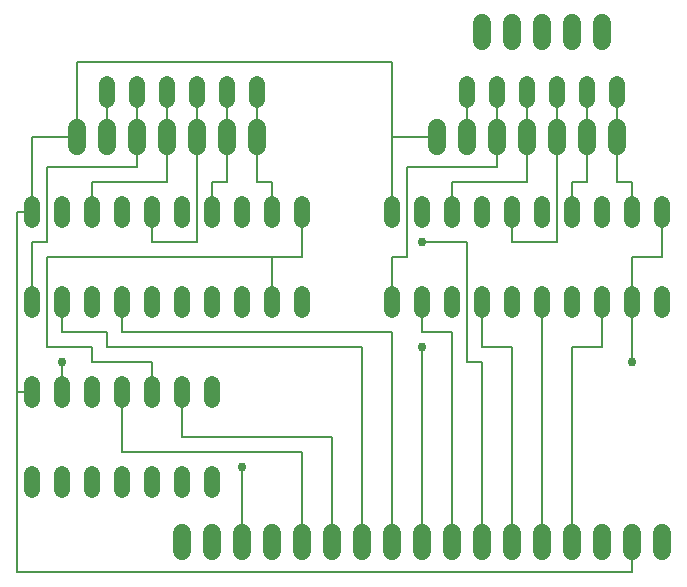
<source format=gbr>
G04 EAGLE Gerber RS-274X export*
G75*
%MOMM*%
%FSLAX34Y34*%
%LPD*%
%INTop Copper*%
%IPPOS*%
%AMOC8*
5,1,8,0,0,1.08239X$1,22.5*%
G01*
%ADD10C,1.320800*%
%ADD11C,1.524000*%
%ADD12C,0.152400*%
%ADD13C,0.756400*%


D10*
X88900Y425196D02*
X88900Y438404D01*
X114300Y438404D02*
X114300Y425196D01*
X139700Y425196D02*
X139700Y438404D01*
X165100Y438404D02*
X165100Y425196D01*
X190500Y425196D02*
X190500Y438404D01*
X215900Y438404D02*
X215900Y425196D01*
X393700Y425196D02*
X393700Y438404D01*
X419100Y438404D02*
X419100Y425196D01*
X444500Y425196D02*
X444500Y438404D01*
X469900Y438404D02*
X469900Y425196D01*
X495300Y425196D02*
X495300Y438404D01*
X520700Y438404D02*
X520700Y425196D01*
X558800Y336804D02*
X558800Y323596D01*
X533400Y323596D02*
X533400Y336804D01*
X406400Y336804D02*
X406400Y323596D01*
X381000Y323596D02*
X381000Y336804D01*
X508000Y336804D02*
X508000Y323596D01*
X482600Y323596D02*
X482600Y336804D01*
X431800Y336804D02*
X431800Y323596D01*
X457200Y323596D02*
X457200Y336804D01*
X355600Y336804D02*
X355600Y323596D01*
X330200Y323596D02*
X330200Y336804D01*
X330200Y260604D02*
X330200Y247396D01*
X355600Y247396D02*
X355600Y260604D01*
X381000Y260604D02*
X381000Y247396D01*
X406400Y247396D02*
X406400Y260604D01*
X431800Y260604D02*
X431800Y247396D01*
X457200Y247396D02*
X457200Y260604D01*
X482600Y260604D02*
X482600Y247396D01*
X508000Y247396D02*
X508000Y260604D01*
X533400Y260604D02*
X533400Y247396D01*
X558800Y247396D02*
X558800Y260604D01*
X177800Y184404D02*
X177800Y171196D01*
X152400Y171196D02*
X152400Y184404D01*
X25400Y184404D02*
X25400Y171196D01*
X25400Y108204D02*
X25400Y94996D01*
X127000Y171196D02*
X127000Y184404D01*
X101600Y184404D02*
X101600Y171196D01*
X50800Y171196D02*
X50800Y184404D01*
X76200Y184404D02*
X76200Y171196D01*
X50800Y108204D02*
X50800Y94996D01*
X76200Y94996D02*
X76200Y108204D01*
X101600Y108204D02*
X101600Y94996D01*
X127000Y94996D02*
X127000Y108204D01*
X152400Y108204D02*
X152400Y94996D01*
X177800Y94996D02*
X177800Y108204D01*
X254000Y323596D02*
X254000Y336804D01*
X228600Y336804D02*
X228600Y323596D01*
X101600Y323596D02*
X101600Y336804D01*
X76200Y336804D02*
X76200Y323596D01*
X203200Y323596D02*
X203200Y336804D01*
X177800Y336804D02*
X177800Y323596D01*
X127000Y323596D02*
X127000Y336804D01*
X152400Y336804D02*
X152400Y323596D01*
X50800Y323596D02*
X50800Y336804D01*
X25400Y336804D02*
X25400Y323596D01*
X25400Y260604D02*
X25400Y247396D01*
X50800Y247396D02*
X50800Y260604D01*
X76200Y260604D02*
X76200Y247396D01*
X101600Y247396D02*
X101600Y260604D01*
X127000Y260604D02*
X127000Y247396D01*
X152400Y247396D02*
X152400Y260604D01*
X177800Y260604D02*
X177800Y247396D01*
X203200Y247396D02*
X203200Y260604D01*
X228600Y260604D02*
X228600Y247396D01*
X254000Y247396D02*
X254000Y260604D01*
D11*
X152400Y58420D02*
X152400Y43180D01*
X177800Y43180D02*
X177800Y58420D01*
X203200Y58420D02*
X203200Y43180D01*
X228600Y43180D02*
X228600Y58420D01*
X254000Y58420D02*
X254000Y43180D01*
X279400Y43180D02*
X279400Y58420D01*
X304800Y58420D02*
X304800Y43180D01*
X330200Y43180D02*
X330200Y58420D01*
X355600Y58420D02*
X355600Y43180D01*
X381000Y43180D02*
X381000Y58420D01*
X406400Y58420D02*
X406400Y43180D01*
X431800Y43180D02*
X431800Y58420D01*
X457200Y58420D02*
X457200Y43180D01*
X482600Y43180D02*
X482600Y58420D01*
X508000Y58420D02*
X508000Y43180D01*
X533400Y43180D02*
X533400Y58420D01*
X558800Y58420D02*
X558800Y43180D01*
X406400Y474980D02*
X406400Y490220D01*
X431800Y490220D02*
X431800Y474980D01*
X457200Y474980D02*
X457200Y490220D01*
X482600Y490220D02*
X482600Y474980D01*
X508000Y474980D02*
X508000Y490220D01*
X368300Y401320D02*
X368300Y386080D01*
X393700Y386080D02*
X393700Y401320D01*
X419100Y401320D02*
X419100Y386080D01*
X444500Y386080D02*
X444500Y401320D01*
X469900Y401320D02*
X469900Y386080D01*
X495300Y386080D02*
X495300Y401320D01*
X520700Y401320D02*
X520700Y386080D01*
X63500Y386080D02*
X63500Y401320D01*
X88900Y401320D02*
X88900Y386080D01*
X114300Y386080D02*
X114300Y401320D01*
X139700Y401320D02*
X139700Y386080D01*
X165100Y386080D02*
X165100Y401320D01*
X190500Y401320D02*
X190500Y386080D01*
X215900Y386080D02*
X215900Y401320D01*
D12*
X203200Y114300D02*
X203200Y50800D01*
D13*
X203200Y114300D03*
D12*
X254000Y127000D02*
X254000Y50800D01*
X254000Y127000D02*
X101600Y127000D01*
X101600Y177800D01*
X279400Y139700D02*
X279400Y50800D01*
X279400Y139700D02*
X152400Y139700D01*
X152400Y177800D01*
X558800Y292100D02*
X558800Y330200D01*
X558800Y292100D02*
X533400Y292100D01*
X533400Y254000D01*
X50800Y203200D02*
X50800Y177800D01*
D13*
X50800Y203200D03*
X533400Y203200D03*
D12*
X533400Y254000D01*
X304800Y215900D02*
X304800Y50800D01*
X304800Y215900D02*
X88900Y215900D01*
X88900Y228600D01*
X50800Y228600D01*
X50800Y254000D01*
X330200Y228600D02*
X330200Y50800D01*
X330200Y228600D02*
X101600Y228600D01*
X101600Y254000D01*
X355600Y215900D02*
X355600Y50800D01*
D13*
X355600Y215900D03*
D12*
X381000Y228600D02*
X381000Y50800D01*
X381000Y228600D02*
X355600Y228600D01*
X355600Y254000D01*
X393700Y203200D02*
X393700Y304800D01*
X355600Y304800D01*
X406400Y203200D02*
X406400Y50800D01*
X406400Y203200D02*
X393700Y203200D01*
D13*
X355600Y304800D03*
D12*
X431800Y215900D02*
X431800Y50800D01*
X431800Y215900D02*
X406400Y215900D01*
X406400Y254000D01*
X457200Y254000D02*
X457200Y50800D01*
X482600Y50800D02*
X482600Y215900D01*
X508000Y215900D01*
X508000Y254000D01*
X215900Y393700D02*
X215900Y431800D01*
X215900Y393700D02*
X215900Y355600D01*
X228600Y355600D01*
X228600Y330200D01*
X190500Y393700D02*
X190500Y431800D01*
X190500Y393700D02*
X190500Y355600D01*
X177800Y355600D01*
X177800Y330200D01*
X165100Y393700D02*
X165100Y431800D01*
X165100Y304800D02*
X127000Y304800D01*
X127000Y330200D01*
X165100Y304800D02*
X165100Y393700D01*
X139700Y393700D02*
X139700Y431800D01*
X76200Y355600D02*
X76200Y330200D01*
X139700Y355600D02*
X139700Y393700D01*
X139700Y355600D02*
X76200Y355600D01*
X520700Y393700D02*
X520700Y431800D01*
X520700Y393700D02*
X520700Y381000D01*
X533400Y355600D02*
X533400Y330200D01*
X533400Y355600D02*
X520700Y355600D01*
X520700Y393700D01*
X495300Y393700D02*
X495300Y431800D01*
X482600Y355600D02*
X482600Y330200D01*
X482600Y355600D02*
X495300Y355600D01*
X495300Y393700D01*
X469900Y393700D02*
X469900Y431800D01*
X469900Y393700D02*
X469900Y381000D01*
X469900Y304800D02*
X431800Y304800D01*
X431800Y330200D01*
X469900Y304800D02*
X469900Y393700D01*
X444500Y393700D02*
X444500Y431800D01*
X444500Y393700D02*
X444500Y381000D01*
X444500Y355600D02*
X381000Y355600D01*
X444500Y355600D02*
X444500Y393700D01*
X381000Y355600D02*
X381000Y330200D01*
X419100Y393700D02*
X419100Y431800D01*
X330200Y292100D02*
X330200Y254000D01*
X330200Y292100D02*
X342900Y292100D01*
X419100Y368300D02*
X419100Y393700D01*
X419100Y368300D02*
X342900Y368300D01*
X342900Y292100D01*
X254000Y292100D02*
X254000Y330200D01*
X254000Y292100D02*
X228600Y292100D01*
X228600Y254000D01*
X127000Y203200D02*
X127000Y177800D01*
X127000Y203200D02*
X76200Y203200D01*
X76200Y215900D01*
X38100Y215900D01*
X38100Y292100D01*
X228600Y292100D01*
X114300Y393700D02*
X114300Y431800D01*
X25400Y304800D02*
X25400Y254000D01*
X38100Y304800D02*
X38100Y368300D01*
X114300Y368300D01*
X114300Y393700D01*
X38100Y304800D02*
X25400Y304800D01*
X25400Y330200D02*
X25400Y393700D01*
X63500Y393700D01*
X25400Y177800D02*
X12700Y177800D01*
X12700Y330200D01*
X25400Y330200D01*
X330200Y393700D02*
X368300Y393700D01*
X330200Y393700D02*
X330200Y330200D01*
X533400Y50800D02*
X533400Y25400D01*
X12700Y25400D01*
X12700Y177800D01*
X63500Y393700D02*
X63500Y457200D01*
X330200Y457200D01*
X330200Y393700D01*
X88900Y393700D02*
X88900Y431800D01*
X393700Y431800D02*
X393700Y393700D01*
M02*

</source>
